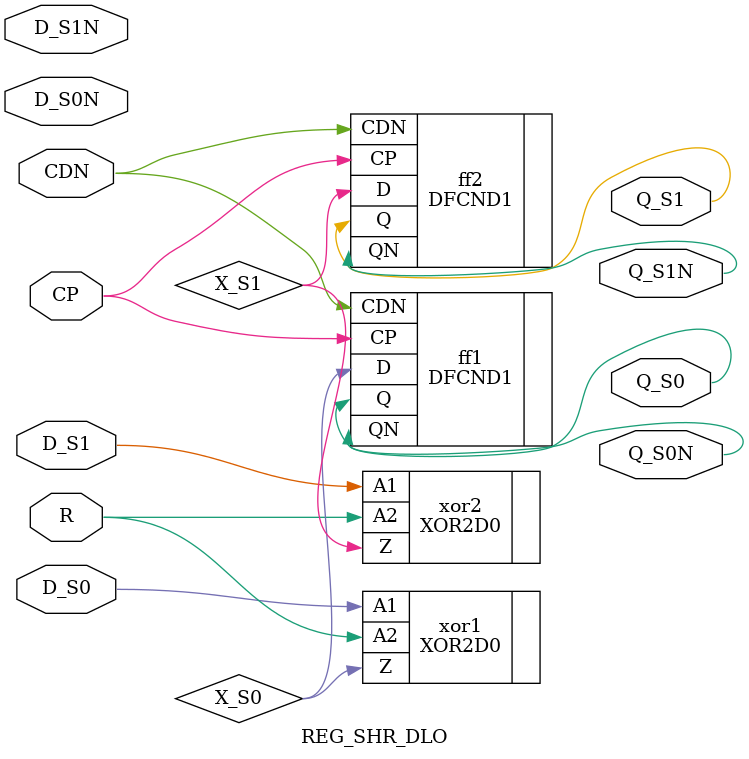
<source format=v>
`default_nettype none

/*
 * The inputs indexed with number two are inplicitly considered inverted.
 *  - To build an AND gate, connect previous outputs Z1/Z1 in the A1/B1 ports,
 *    output is Z1/Z2 as expected
 *  - To build an OR  gate, connect previous complemented outputs Z2/Z2 in
 *    the A1/B1 ports, swap the outputs Z1/Z2 as well
 */

module AN_XYZ_DLO(
  input wire CP,
  input wire A1,
  input wire A2,
  input wire B1,
  input wire B2,
  output wire Z1,
  output wire Z2);
  // Z=(A & B)
  AO_DLO_D0 ao1( .CP(CP),
    .A1(A1), .B1(B1), .Z1(Z1),
    .A2(A2), .B2(B2), .Z2(Z2));
endmodule

module OR_XYZ_DLO(
  input wire CP,
  input wire A1,
  input wire A2,
  input wire B1,
  input wire B2,
  output wire Z1,
  output wire Z2);

  // Z=(A | B)
  AO_DLO_D0 ao1(.CP(CP), // swapped to build OR gate
    .A1(A2), .B1(B2), .Z1(Z2),
    .A2(A1), .B2(B1), .Z2(Z1));
endmodule

module INV_XYZ_DLO(
  input wire A1,
  input wire A2,
  output wire Z1,
  output wire Z2);
  // Z = ~A
  assign Z1 = A2;
  assign Z2 = A1;
endmodule

module XOR_SHR_DLO(
  input  wire CP,
  input  wire A1_S0,
  input  wire A1_S1,
  input  wire A2_S0,
  input  wire A2_S1,
  output wire Z_S0,
  output wire Z_S1,
  input  wire A1_S0N,
  input  wire A1_S1N,
  input  wire A2_S0N,
  input  wire A2_S1N,
  output wire Z_S0N,
  output wire Z_S1N
);

  XOR_DLO_D0 xor0(.CP(CP),
                   .A1(A1_S0),  .B1(A2_S0),  .Z1(Z_S0),
                   .A2(A1_S0N),  .B2(A2_S0N),  .Z2(Z_S0N));

  XOR_DLO_D0 xor1(.CP(CP),
                   .A1(A1_S1),  .B1(A2_S1),  .Z1(Z_S1),
                   .A2(A1_S1N), .B2(A2_S1N), .Z2(Z_S1N));
endmodule

module INV_SHR_DLO(
  input   wire I_S0,
  input   wire I_S1,
  output wire ZN_S0,
  output wire ZN_S1,
  // complemented io
  input   wire I_S0N,
  input   wire I_S1N,
  output wire ZN_S0N,
  output wire ZN_S1N
);
  INV_XYZ_DLO inv1(
    .A1(I_S0),  .Z1(ZN_S0) ,
    .A2(I_S0N), .Z2(ZN_S0N));

  assign ZN_S1  = I_S1;
  assign ZN_S1N = I_S1N;
endmodule

// From: Biryukov2018
module AN_SHR_DLO(
  input wire CP,
  input wire A1_S0,
  input wire A1_S1,
  input wire A2_S0,
  input wire A2_S1,
  output wire Z_S0,
  output wire Z_S1,
  // complemented outputs
  input wire A1_S0N,
  input wire A1_S1N,
  input wire A2_S0N,
  input wire A2_S1N,
  output wire Z_S0N,
  output wire Z_S1N
);
  wire X1, X2, Y1, Y2;
  wire X1N, X2N, Y1N, Y2N;

  wire Y2C;
  wire Y2CN;

  wire X1_AN_Y1, X1_OR_Y2C;
  wire X1_AN_Y1N, X1_OR_Y2CN;

  wire X2_AN_Y1, X2_OR_Y2C;
  wire X2_AN_Y1N, X2_OR_Y2CN;

  assign X1 = A1_S0;
  assign X2 = A1_S1;
  assign Y1 = A2_S0;
  assign Y2 = A2_S1;

  assign X1N = A1_S0N;
  assign X2N = A1_S1N;
  assign Y1N = A2_S0N;
  assign Y2N = A2_S1N;

  INV_XYZ_DLO inv1(
    .A1(Y2),  .Z1(Y2C),
    .A2(Y2N), .Z2(Y2CN));

  // z1 = (x1 & y1) xor (x1 | ~y2)
  AN_XYZ_DLO  and1(.CP(CP),
                   .A1(X1),        .B1(Y1),         .Z1(X1_AN_Y1),
                   .A2(X1N),       .B2(Y1N),        .Z2(X1_AN_Y1N));

  OR_XYZ_DLO  or1 (.CP(CP),
                   .A1(X1),        .B1(Y2C),        .Z1(X1_OR_Y2C),
                   .A2(X1N),       .B2(Y2CN),       .Z2(X1_OR_Y2CN));

  XOR_DLO_D0 xor1(.CP(CP),
                   .A1(X1_AN_Y1),  .B1(X1_OR_Y2C),  .Z1(Z_S0),
                   .A2(X1_AN_Y1N), .B2(X1_OR_Y2CN), .Z2(Z_S0N));


  // z2 = (x2 & y1) xor (x2 | ~y2)
  AN_XYZ_DLO  and2(.CP(CP),
                   .A1(X2),        .B1(Y1),         .Z1(X2_AN_Y1),
                   .A2(X2N),       .B2(Y1N),        .Z2(X2_AN_Y1N));

  OR_XYZ_DLO  or2 (.CP(CP),
                   .A1(X2),        .B1(Y2C),        .Z1(X2_OR_Y2C),
                   .A2(X2N),       .B2(Y2CN),       .Z2(X2_OR_Y2CN));

  XOR_DLO_D0 xor2(.CP(CP),
                   .A1(X2_AN_Y1),  .B1(X2_OR_Y2C),  .Z1(Z_S1),
                   .A2(X2_AN_Y1N), .B2(X2_OR_Y2CN), .Z2(Z_S1N));


endmodule

// From: Biryukov2018
module OR_SHR_DLO(
  input wire CP,
  input wire A1_S0,
  input wire A1_S1,
  input wire A2_S0,
  input wire A2_S1,
  output wire Z_S0,
  output wire Z_S1,
  // complemented io
  input wire A1_S0N,
  input wire A1_S1N,
  input wire A2_S0N,
  input wire A2_S1N,
  output wire Z_S0N,
  output wire Z_S1N
);
  wire X1,  X2,  Y1,  Y2;
  wire X1N, X2N, Y1N, Y2N;

  wire X1_AN_Y1,  X1_OR_Y2;
  wire X1_AN_Y1N, X1_OR_Y2N;

  wire X2_OR_Y1,  X2_AN_Y2;
  wire X2_OR_Y1N, X2_AN_Y2N;

  assign X1 = A1_S0;
  assign X2 = A1_S1;
  assign Y1 = A2_S0;
  assign Y2 = A2_S1;

  assign X1N = A1_S0N;
  assign X2N = A1_S1N;
  assign Y1N = A2_S0N;
  assign Y2N = A2_S1N;

  // z1 = (x1 & y1) xor (x1 | y2)
  AN_XYZ_DLO  and1(.CP(CP),
                   .A1(X1),       .B1(Y1),       .Z1(X1_AN_Y1),
                   .A2(X1N),      .B2(Y1N),      .Z2(X1_AN_Y1N));

  OR_XYZ_DLO  or1 (.CP(CP),
                   .A1(X1),       .B1(Y2),       .Z1(X1_OR_Y2),
                   .A2(X1N),      .B2(Y2N),      .Z2(X1_OR_Y2N));

  XOR_DLO_D0 xor1(.CP(CP),
                   .A1(X1_AN_Y1),  .B1(X1_OR_Y2),  .Z1(Z_S0),
                   .A2(X1_AN_Y1N), .B2(X1_OR_Y2N), .Z2(Z_S0N));


  // z2 = (x2 | y1) xor (x2 & y2)
  OR_XYZ_DLO  or2 (.CP(CP),
                   .A1(X2),       .B1(Y1),       .Z1(X2_OR_Y1),
                   .A2(X2N),      .B2(Y1N),      .Z2(X2_OR_Y1N));

  AN_XYZ_DLO  and2(.CP(CP),
                   .A1(X2),       .B1(Y2),       .Z1(X2_AN_Y2),
                   .A2(X2N),      .B2(Y2N),      .Z2(X2_AN_Y2N));

  XOR_DLO_D0 xor2(.CP(CP),
                   .A1(X2_OR_Y1),  .B1(X2_AN_Y2),  .Z1(Z_S1),
                   .A2(X2_OR_Y1N), .B2(X2_AN_Y2N), .Z2(Z_S1N));

endmodule

module REG_SHR_DLO(
  input  wire CP,
  input  wire CDN,
  input  wire R,
  input  wire D_S0,
  input  wire D_S1,
  output wire Q_S0,
  output wire Q_S1,
  // complemented outputs
  input  wire D_S0N, // ignored
  input  wire D_S1N, // ignored
  output wire Q_S0N,
  output wire Q_S1N
);
  wire X_S0, X_S1;
  XOR2D0 xor1(.A1(D_S0), .A2(R), .Z(X_S0));
  XOR2D0 xor2(.A1(D_S1), .A2(R), .Z(X_S1));

  DFCND1 ff1(.CP(CP), .CDN(CDN), .D(X_S0), .Q(Q_S0), .QN(Q_S0N));
  DFCND1 ff2(.CP(CP), .CDN(CDN), .D(X_S1), .Q(Q_S1), .QN(Q_S1N));
endmodule


</source>
